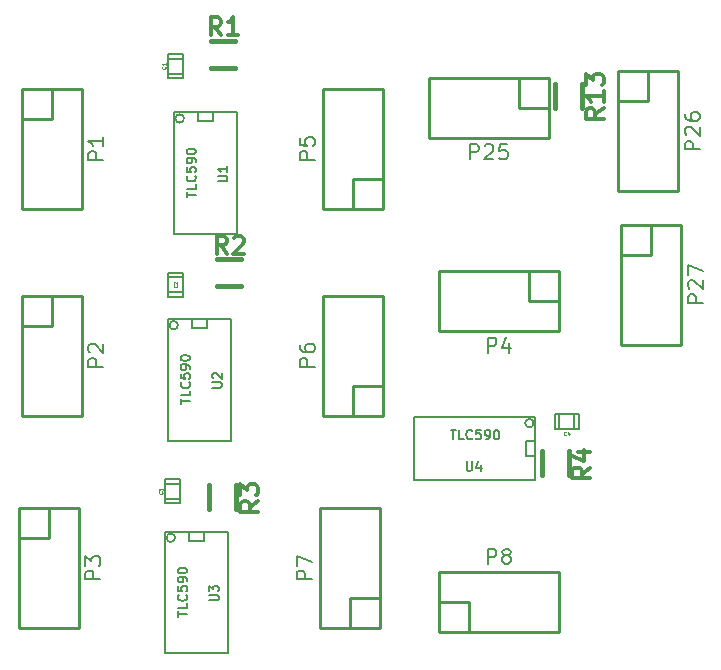
<source format=gto>
%FSLAX46Y46*%
G04 Gerber Fmt 4.6, Leading zero omitted, Abs format (unit mm)*
G04 Created by KiCad (PCBNEW (2014-jul-16 BZR unknown)-product) date Tue 14 Oct 2014 06:58:31 PM EDT*
%MOMM*%
G01*
G04 APERTURE LIST*
%ADD10C,0.100000*%
%ADD11C,0.381000*%
%ADD12C,0.254000*%
%ADD13C,0.127000*%
%ADD14C,0.304800*%
%ADD15C,0.203200*%
%ADD16C,0.060960*%
%ADD17C,0.140000*%
G04 APERTURE END LIST*
D10*
D11*
X162893000Y-63500000D02*
X162893000Y-62484000D01*
X162893000Y-63500000D02*
X162893000Y-64516000D01*
X160607000Y-63500000D02*
X160607000Y-62484000D01*
X160607000Y-63500000D02*
X160607000Y-64516000D01*
D12*
X115460000Y-65460000D02*
X115460000Y-73080000D01*
X115460000Y-73080000D02*
X120540000Y-73080000D01*
X120540000Y-73080000D02*
X120540000Y-62920000D01*
X120540000Y-62920000D02*
X118000000Y-62920000D01*
X115460000Y-62920000D02*
X115460000Y-65460000D01*
X118000000Y-62920000D02*
X118000000Y-65460000D01*
X118000000Y-65460000D02*
X115460000Y-65460000D01*
X115460000Y-62920000D02*
X118000000Y-62920000D01*
X115460000Y-82960000D02*
X115460000Y-90580000D01*
X115460000Y-90580000D02*
X120540000Y-90580000D01*
X120540000Y-90580000D02*
X120540000Y-80420000D01*
X120540000Y-80420000D02*
X118000000Y-80420000D01*
X115460000Y-80420000D02*
X115460000Y-82960000D01*
X118000000Y-80420000D02*
X118000000Y-82960000D01*
X118000000Y-82960000D02*
X115460000Y-82960000D01*
X115460000Y-80420000D02*
X118000000Y-80420000D01*
X115210000Y-100960000D02*
X115210000Y-108580000D01*
X115210000Y-108580000D02*
X120290000Y-108580000D01*
X120290000Y-108580000D02*
X120290000Y-98420000D01*
X120290000Y-98420000D02*
X117750000Y-98420000D01*
X115210000Y-98420000D02*
X115210000Y-100960000D01*
X117750000Y-98420000D02*
X117750000Y-100960000D01*
X117750000Y-100960000D02*
X115210000Y-100960000D01*
X115210000Y-98420000D02*
X117750000Y-98420000D01*
X158415000Y-78335000D02*
X150795000Y-78335000D01*
X150795000Y-78335000D02*
X150795000Y-83415000D01*
X150795000Y-83415000D02*
X160955000Y-83415000D01*
X160955000Y-83415000D02*
X160955000Y-80875000D01*
X160955000Y-78335000D02*
X158415000Y-78335000D01*
X160955000Y-80875000D02*
X158415000Y-80875000D01*
X158415000Y-80875000D02*
X158415000Y-78335000D01*
X160955000Y-78335000D02*
X160955000Y-80875000D01*
X146040000Y-70540000D02*
X146040000Y-62920000D01*
X146040000Y-62920000D02*
X140960000Y-62920000D01*
X140960000Y-62920000D02*
X140960000Y-73080000D01*
X140960000Y-73080000D02*
X143500000Y-73080000D01*
X146040000Y-73080000D02*
X146040000Y-70540000D01*
X143500000Y-73080000D02*
X143500000Y-70540000D01*
X143500000Y-70540000D02*
X146040000Y-70540000D01*
X146040000Y-73080000D02*
X143500000Y-73080000D01*
X146040000Y-88040000D02*
X146040000Y-80420000D01*
X146040000Y-80420000D02*
X140960000Y-80420000D01*
X140960000Y-80420000D02*
X140960000Y-90580000D01*
X140960000Y-90580000D02*
X143500000Y-90580000D01*
X146040000Y-90580000D02*
X146040000Y-88040000D01*
X143500000Y-90580000D02*
X143500000Y-88040000D01*
X143500000Y-88040000D02*
X146040000Y-88040000D01*
X146040000Y-90580000D02*
X143500000Y-90580000D01*
X145790000Y-106040000D02*
X145790000Y-98420000D01*
X145790000Y-98420000D02*
X140710000Y-98420000D01*
X140710000Y-98420000D02*
X140710000Y-108580000D01*
X140710000Y-108580000D02*
X143250000Y-108580000D01*
X145790000Y-108580000D02*
X145790000Y-106040000D01*
X143250000Y-108580000D02*
X143250000Y-106040000D01*
X143250000Y-106040000D02*
X145790000Y-106040000D01*
X145790000Y-108580000D02*
X143250000Y-108580000D01*
X153335000Y-108915000D02*
X160955000Y-108915000D01*
X160955000Y-108915000D02*
X160955000Y-103835000D01*
X160955000Y-103835000D02*
X150795000Y-103835000D01*
X150795000Y-103835000D02*
X150795000Y-106375000D01*
X150795000Y-108915000D02*
X153335000Y-108915000D01*
X150795000Y-106375000D02*
X153335000Y-106375000D01*
X153335000Y-106375000D02*
X153335000Y-108915000D01*
X150795000Y-108915000D02*
X150795000Y-106375000D01*
D11*
X132500000Y-58857000D02*
X131484000Y-58857000D01*
X132500000Y-58857000D02*
X133516000Y-58857000D01*
X132500000Y-61143000D02*
X131484000Y-61143000D01*
X132500000Y-61143000D02*
X133516000Y-61143000D01*
X133000000Y-77357000D02*
X131984000Y-77357000D01*
X133000000Y-77357000D02*
X134016000Y-77357000D01*
X133000000Y-79643000D02*
X131984000Y-79643000D01*
X133000000Y-79643000D02*
X134016000Y-79643000D01*
X133643000Y-97500000D02*
X133643000Y-96484000D01*
X133643000Y-97500000D02*
X133643000Y-98516000D01*
X131357000Y-97500000D02*
X131357000Y-96484000D01*
X131357000Y-97500000D02*
X131357000Y-98516000D01*
X161768000Y-94625000D02*
X161768000Y-93609000D01*
X161768000Y-94625000D02*
X161768000Y-95641000D01*
X159482000Y-94625000D02*
X159482000Y-93609000D01*
X159482000Y-94625000D02*
X159482000Y-95641000D01*
D13*
X127865000Y-60365000D02*
X129135000Y-60365000D01*
X127865000Y-61635000D02*
X129109600Y-61635000D01*
X127865000Y-62016000D02*
X127865000Y-59984000D01*
X127865000Y-59984000D02*
X129135000Y-59984000D01*
X129135000Y-59984000D02*
X129135000Y-62016000D01*
X129135000Y-62016000D02*
X127865000Y-62016000D01*
X127865000Y-78865000D02*
X129135000Y-78865000D01*
X127865000Y-80135000D02*
X129109600Y-80135000D01*
X127865000Y-80516000D02*
X127865000Y-78484000D01*
X127865000Y-78484000D02*
X129135000Y-78484000D01*
X129135000Y-78484000D02*
X129135000Y-80516000D01*
X129135000Y-80516000D02*
X127865000Y-80516000D01*
X127615000Y-96365000D02*
X128885000Y-96365000D01*
X127615000Y-97635000D02*
X128859600Y-97635000D01*
X127615000Y-98016000D02*
X127615000Y-95984000D01*
X127615000Y-95984000D02*
X128885000Y-95984000D01*
X128885000Y-95984000D02*
X128885000Y-98016000D01*
X128885000Y-98016000D02*
X127615000Y-98016000D01*
X160990000Y-91760000D02*
X160990000Y-90490000D01*
X162260000Y-91760000D02*
X162260000Y-90515400D01*
X162641000Y-91760000D02*
X160609000Y-91760000D01*
X160609000Y-91760000D02*
X160609000Y-90490000D01*
X160609000Y-90490000D02*
X162641000Y-90490000D01*
X162641000Y-90490000D02*
X162641000Y-91760000D01*
D12*
X165960000Y-63960000D02*
X165960000Y-71580000D01*
X165960000Y-71580000D02*
X171040000Y-71580000D01*
X171040000Y-71580000D02*
X171040000Y-61420000D01*
X171040000Y-61420000D02*
X168500000Y-61420000D01*
X165960000Y-61420000D02*
X165960000Y-63960000D01*
X168500000Y-61420000D02*
X168500000Y-63960000D01*
X168500000Y-63960000D02*
X165960000Y-63960000D01*
X165960000Y-61420000D02*
X168500000Y-61420000D01*
X166210000Y-76960000D02*
X166210000Y-84580000D01*
X166210000Y-84580000D02*
X171290000Y-84580000D01*
X171290000Y-84580000D02*
X171290000Y-74420000D01*
X171290000Y-74420000D02*
X168750000Y-74420000D01*
X166210000Y-74420000D02*
X166210000Y-76960000D01*
X168750000Y-74420000D02*
X168750000Y-76960000D01*
X168750000Y-76960000D02*
X166210000Y-76960000D01*
X166210000Y-74420000D02*
X168750000Y-74420000D01*
X157540000Y-61960000D02*
X149920000Y-61960000D01*
X149920000Y-61960000D02*
X149920000Y-67040000D01*
X149920000Y-67040000D02*
X160080000Y-67040000D01*
X160080000Y-67040000D02*
X160080000Y-64500000D01*
X160080000Y-61960000D02*
X157540000Y-61960000D01*
X160080000Y-64500000D02*
X157540000Y-64500000D01*
X157540000Y-64500000D02*
X157540000Y-61960000D01*
X160080000Y-61960000D02*
X160080000Y-64500000D01*
D13*
X158806210Y-91216000D02*
G75*
G03X158806210Y-91216000I-359210J0D01*
G74*
G01*
X158955000Y-94010000D02*
X158193000Y-94010000D01*
X158193000Y-94010000D02*
X158193000Y-92740000D01*
X158193000Y-92740000D02*
X158955000Y-92740000D01*
X148668000Y-90708000D02*
X158955000Y-90708000D01*
X158955000Y-96042000D02*
X148668000Y-96042000D01*
X158955000Y-96042000D02*
X158955000Y-90708000D01*
X148668000Y-96042000D02*
X148668000Y-90708000D01*
X128450210Y-100928000D02*
G75*
G03X128450210Y-100928000I-359210J0D01*
G74*
G01*
X130885000Y-100420000D02*
X130885000Y-101182000D01*
X130885000Y-101182000D02*
X129615000Y-101182000D01*
X129615000Y-101182000D02*
X129615000Y-100420000D01*
X127583000Y-110707000D02*
X127583000Y-100420000D01*
X132917000Y-100420000D02*
X132917000Y-110707000D01*
X132917000Y-100420000D02*
X127583000Y-100420000D01*
X132917000Y-110707000D02*
X127583000Y-110707000D01*
X128700210Y-82928000D02*
G75*
G03X128700210Y-82928000I-359210J0D01*
G74*
G01*
X131135000Y-82420000D02*
X131135000Y-83182000D01*
X131135000Y-83182000D02*
X129865000Y-83182000D01*
X129865000Y-83182000D02*
X129865000Y-82420000D01*
X127833000Y-92707000D02*
X127833000Y-82420000D01*
X133167000Y-82420000D02*
X133167000Y-92707000D01*
X133167000Y-82420000D02*
X127833000Y-82420000D01*
X133167000Y-92707000D02*
X127833000Y-92707000D01*
X129200210Y-65428000D02*
G75*
G03X129200210Y-65428000I-359210J0D01*
G74*
G01*
X131635000Y-64920000D02*
X131635000Y-65682000D01*
X131635000Y-65682000D02*
X130365000Y-65682000D01*
X130365000Y-65682000D02*
X130365000Y-64920000D01*
X128333000Y-75207000D02*
X128333000Y-64920000D01*
X133667000Y-64920000D02*
X133667000Y-75207000D01*
X133667000Y-64920000D02*
X128333000Y-64920000D01*
X133667000Y-75207000D02*
X128333000Y-75207000D01*
D14*
X164740669Y-64578775D02*
X164014954Y-65086775D01*
X164740669Y-65449632D02*
X163216669Y-65449632D01*
X163216669Y-64869060D01*
X163289240Y-64723918D01*
X163361811Y-64651346D01*
X163506954Y-64578775D01*
X163724669Y-64578775D01*
X163869811Y-64651346D01*
X163942383Y-64723918D01*
X164014954Y-64869060D01*
X164014954Y-65449632D01*
X164740669Y-63127346D02*
X164740669Y-63998203D01*
X164740669Y-63562775D02*
X163216669Y-63562775D01*
X163434383Y-63707918D01*
X163579526Y-63853060D01*
X163652097Y-63998203D01*
X163216669Y-62619346D02*
X163216669Y-61675917D01*
X163797240Y-62183917D01*
X163797240Y-61966203D01*
X163869811Y-61821060D01*
X163942383Y-61748489D01*
X164087526Y-61675917D01*
X164450383Y-61675917D01*
X164595526Y-61748489D01*
X164668097Y-61821060D01*
X164740669Y-61966203D01*
X164740669Y-62401631D01*
X164668097Y-62546774D01*
X164595526Y-62619346D01*
D15*
X122384524Y-68937381D02*
X121114524Y-68937381D01*
X121114524Y-68453572D01*
X121175000Y-68332619D01*
X121235476Y-68272143D01*
X121356429Y-68211667D01*
X121537857Y-68211667D01*
X121658810Y-68272143D01*
X121719286Y-68332619D01*
X121779762Y-68453572D01*
X121779762Y-68937381D01*
X122384524Y-67002143D02*
X122384524Y-67727857D01*
X122384524Y-67365000D02*
X121114524Y-67365000D01*
X121295952Y-67485952D01*
X121416905Y-67606905D01*
X121477381Y-67727857D01*
X122384524Y-86437381D02*
X121114524Y-86437381D01*
X121114524Y-85953572D01*
X121175000Y-85832619D01*
X121235476Y-85772143D01*
X121356429Y-85711667D01*
X121537857Y-85711667D01*
X121658810Y-85772143D01*
X121719286Y-85832619D01*
X121779762Y-85953572D01*
X121779762Y-86437381D01*
X121235476Y-85227857D02*
X121175000Y-85167381D01*
X121114524Y-85046429D01*
X121114524Y-84744048D01*
X121175000Y-84623095D01*
X121235476Y-84562619D01*
X121356429Y-84502143D01*
X121477381Y-84502143D01*
X121658810Y-84562619D01*
X122384524Y-85288333D01*
X122384524Y-84502143D01*
X122134524Y-104437381D02*
X120864524Y-104437381D01*
X120864524Y-103953572D01*
X120925000Y-103832619D01*
X120985476Y-103772143D01*
X121106429Y-103711667D01*
X121287857Y-103711667D01*
X121408810Y-103772143D01*
X121469286Y-103832619D01*
X121529762Y-103953572D01*
X121529762Y-104437381D01*
X120864524Y-103288333D02*
X120864524Y-102502143D01*
X121348333Y-102925476D01*
X121348333Y-102744048D01*
X121408810Y-102623095D01*
X121469286Y-102562619D01*
X121590238Y-102502143D01*
X121892619Y-102502143D01*
X122013571Y-102562619D01*
X122074048Y-102623095D01*
X122134524Y-102744048D01*
X122134524Y-103106905D01*
X122074048Y-103227857D01*
X122013571Y-103288333D01*
X154937619Y-85259524D02*
X154937619Y-83989524D01*
X155421428Y-83989524D01*
X155542381Y-84050000D01*
X155602857Y-84110476D01*
X155663333Y-84231429D01*
X155663333Y-84412857D01*
X155602857Y-84533810D01*
X155542381Y-84594286D01*
X155421428Y-84654762D01*
X154937619Y-84654762D01*
X156751905Y-84412857D02*
X156751905Y-85259524D01*
X156449524Y-83929048D02*
X156147143Y-84836190D01*
X156933333Y-84836190D01*
X140264524Y-68937381D02*
X138994524Y-68937381D01*
X138994524Y-68453572D01*
X139055000Y-68332619D01*
X139115476Y-68272143D01*
X139236429Y-68211667D01*
X139417857Y-68211667D01*
X139538810Y-68272143D01*
X139599286Y-68332619D01*
X139659762Y-68453572D01*
X139659762Y-68937381D01*
X138994524Y-67062619D02*
X138994524Y-67667381D01*
X139599286Y-67727857D01*
X139538810Y-67667381D01*
X139478333Y-67546429D01*
X139478333Y-67244048D01*
X139538810Y-67123095D01*
X139599286Y-67062619D01*
X139720238Y-67002143D01*
X140022619Y-67002143D01*
X140143571Y-67062619D01*
X140204048Y-67123095D01*
X140264524Y-67244048D01*
X140264524Y-67546429D01*
X140204048Y-67667381D01*
X140143571Y-67727857D01*
X140264524Y-86437381D02*
X138994524Y-86437381D01*
X138994524Y-85953572D01*
X139055000Y-85832619D01*
X139115476Y-85772143D01*
X139236429Y-85711667D01*
X139417857Y-85711667D01*
X139538810Y-85772143D01*
X139599286Y-85832619D01*
X139659762Y-85953572D01*
X139659762Y-86437381D01*
X138994524Y-84623095D02*
X138994524Y-84865000D01*
X139055000Y-84985952D01*
X139115476Y-85046429D01*
X139296905Y-85167381D01*
X139538810Y-85227857D01*
X140022619Y-85227857D01*
X140143571Y-85167381D01*
X140204048Y-85106905D01*
X140264524Y-84985952D01*
X140264524Y-84744048D01*
X140204048Y-84623095D01*
X140143571Y-84562619D01*
X140022619Y-84502143D01*
X139720238Y-84502143D01*
X139599286Y-84562619D01*
X139538810Y-84623095D01*
X139478333Y-84744048D01*
X139478333Y-84985952D01*
X139538810Y-85106905D01*
X139599286Y-85167381D01*
X139720238Y-85227857D01*
X140014524Y-104437381D02*
X138744524Y-104437381D01*
X138744524Y-103953572D01*
X138805000Y-103832619D01*
X138865476Y-103772143D01*
X138986429Y-103711667D01*
X139167857Y-103711667D01*
X139288810Y-103772143D01*
X139349286Y-103832619D01*
X139409762Y-103953572D01*
X139409762Y-104437381D01*
X138744524Y-103288333D02*
X138744524Y-102441667D01*
X140014524Y-102985952D01*
X154937619Y-103139524D02*
X154937619Y-101869524D01*
X155421428Y-101869524D01*
X155542381Y-101930000D01*
X155602857Y-101990476D01*
X155663333Y-102111429D01*
X155663333Y-102292857D01*
X155602857Y-102413810D01*
X155542381Y-102474286D01*
X155421428Y-102534762D01*
X154937619Y-102534762D01*
X156389048Y-102413810D02*
X156268095Y-102353333D01*
X156207619Y-102292857D01*
X156147143Y-102171905D01*
X156147143Y-102111429D01*
X156207619Y-101990476D01*
X156268095Y-101930000D01*
X156389048Y-101869524D01*
X156630952Y-101869524D01*
X156751905Y-101930000D01*
X156812381Y-101990476D01*
X156872857Y-102111429D01*
X156872857Y-102171905D01*
X156812381Y-102292857D01*
X156751905Y-102353333D01*
X156630952Y-102413810D01*
X156389048Y-102413810D01*
X156268095Y-102474286D01*
X156207619Y-102534762D01*
X156147143Y-102655714D01*
X156147143Y-102897619D01*
X156207619Y-103018571D01*
X156268095Y-103079048D01*
X156389048Y-103139524D01*
X156630952Y-103139524D01*
X156751905Y-103079048D01*
X156812381Y-103018571D01*
X156872857Y-102897619D01*
X156872857Y-102655714D01*
X156812381Y-102534762D01*
X156751905Y-102474286D01*
X156630952Y-102413810D01*
D14*
X132345060Y-58388189D02*
X131837060Y-57662474D01*
X131474203Y-58388189D02*
X131474203Y-56864189D01*
X132054775Y-56864189D01*
X132199917Y-56936760D01*
X132272489Y-57009331D01*
X132345060Y-57154474D01*
X132345060Y-57372189D01*
X132272489Y-57517331D01*
X132199917Y-57589903D01*
X132054775Y-57662474D01*
X131474203Y-57662474D01*
X133796489Y-58388189D02*
X132925632Y-58388189D01*
X133361060Y-58388189D02*
X133361060Y-56864189D01*
X133215917Y-57081903D01*
X133070775Y-57227046D01*
X132925632Y-57299617D01*
X132845060Y-76888189D02*
X132337060Y-76162474D01*
X131974203Y-76888189D02*
X131974203Y-75364189D01*
X132554775Y-75364189D01*
X132699917Y-75436760D01*
X132772489Y-75509331D01*
X132845060Y-75654474D01*
X132845060Y-75872189D01*
X132772489Y-76017331D01*
X132699917Y-76089903D01*
X132554775Y-76162474D01*
X131974203Y-76162474D01*
X133425632Y-75509331D02*
X133498203Y-75436760D01*
X133643346Y-75364189D01*
X134006203Y-75364189D01*
X134151346Y-75436760D01*
X134223917Y-75509331D01*
X134296489Y-75654474D01*
X134296489Y-75799617D01*
X134223917Y-76017331D01*
X133353060Y-76888189D01*
X134296489Y-76888189D01*
X135490669Y-97853060D02*
X134764954Y-98361060D01*
X135490669Y-98723917D02*
X133966669Y-98723917D01*
X133966669Y-98143345D01*
X134039240Y-97998203D01*
X134111811Y-97925631D01*
X134256954Y-97853060D01*
X134474669Y-97853060D01*
X134619811Y-97925631D01*
X134692383Y-97998203D01*
X134764954Y-98143345D01*
X134764954Y-98723917D01*
X133966669Y-97345060D02*
X133966669Y-96401631D01*
X134547240Y-96909631D01*
X134547240Y-96691917D01*
X134619811Y-96546774D01*
X134692383Y-96474203D01*
X134837526Y-96401631D01*
X135200383Y-96401631D01*
X135345526Y-96474203D01*
X135418097Y-96546774D01*
X135490669Y-96691917D01*
X135490669Y-97127345D01*
X135418097Y-97272488D01*
X135345526Y-97345060D01*
X163615669Y-94978060D02*
X162889954Y-95486060D01*
X163615669Y-95848917D02*
X162091669Y-95848917D01*
X162091669Y-95268345D01*
X162164240Y-95123203D01*
X162236811Y-95050631D01*
X162381954Y-94978060D01*
X162599669Y-94978060D01*
X162744811Y-95050631D01*
X162817383Y-95123203D01*
X162889954Y-95268345D01*
X162889954Y-95848917D01*
X162599669Y-93671774D02*
X163615669Y-93671774D01*
X162019097Y-94034631D02*
X163107669Y-94397488D01*
X163107669Y-93454060D01*
D16*
X127616443Y-61049954D02*
X127630715Y-61064226D01*
X127644988Y-61107043D01*
X127644988Y-61135588D01*
X127630715Y-61178405D01*
X127602170Y-61206950D01*
X127573626Y-61221222D01*
X127516536Y-61235494D01*
X127473719Y-61235494D01*
X127416630Y-61221222D01*
X127388085Y-61206950D01*
X127359540Y-61178405D01*
X127345268Y-61135588D01*
X127345268Y-61107043D01*
X127359540Y-61064226D01*
X127373812Y-61049954D01*
X127644988Y-60764506D02*
X127644988Y-60935774D01*
X127644988Y-60850140D02*
X127345268Y-60850140D01*
X127388085Y-60878685D01*
X127416630Y-60907230D01*
X127430902Y-60935774D01*
X128607043Y-79549954D02*
X128621315Y-79564226D01*
X128635588Y-79607043D01*
X128635588Y-79635588D01*
X128621315Y-79678405D01*
X128592770Y-79706950D01*
X128564226Y-79721222D01*
X128507136Y-79735494D01*
X128464319Y-79735494D01*
X128407230Y-79721222D01*
X128378685Y-79706950D01*
X128350140Y-79678405D01*
X128335868Y-79635588D01*
X128335868Y-79607043D01*
X128350140Y-79564226D01*
X128364412Y-79549954D01*
X128364412Y-79435774D02*
X128350140Y-79421502D01*
X128335868Y-79392957D01*
X128335868Y-79321595D01*
X128350140Y-79293051D01*
X128364412Y-79278778D01*
X128392957Y-79264506D01*
X128421502Y-79264506D01*
X128464319Y-79278778D01*
X128635588Y-79450047D01*
X128635588Y-79264506D01*
X127366443Y-97049954D02*
X127380715Y-97064226D01*
X127394988Y-97107043D01*
X127394988Y-97135588D01*
X127380715Y-97178405D01*
X127352170Y-97206950D01*
X127323626Y-97221222D01*
X127266536Y-97235494D01*
X127223719Y-97235494D01*
X127166630Y-97221222D01*
X127138085Y-97206950D01*
X127109540Y-97178405D01*
X127095268Y-97135588D01*
X127095268Y-97107043D01*
X127109540Y-97064226D01*
X127123812Y-97049954D01*
X127095268Y-96950047D02*
X127095268Y-96764506D01*
X127209447Y-96864413D01*
X127209447Y-96821595D01*
X127223719Y-96793051D01*
X127237991Y-96778778D01*
X127266536Y-96764506D01*
X127337898Y-96764506D01*
X127366443Y-96778778D01*
X127380715Y-96793051D01*
X127394988Y-96821595D01*
X127394988Y-96907230D01*
X127380715Y-96935774D01*
X127366443Y-96950047D01*
X161575046Y-92222643D02*
X161560774Y-92236915D01*
X161517957Y-92251188D01*
X161489412Y-92251188D01*
X161446595Y-92236915D01*
X161418050Y-92208370D01*
X161403778Y-92179826D01*
X161389506Y-92122736D01*
X161389506Y-92079919D01*
X161403778Y-92022830D01*
X161418050Y-91994285D01*
X161446595Y-91965740D01*
X161489412Y-91951468D01*
X161517957Y-91951468D01*
X161560774Y-91965740D01*
X161575046Y-91980012D01*
X161831949Y-92051374D02*
X161831949Y-92251188D01*
X161760587Y-91937195D02*
X161689226Y-92151281D01*
X161874766Y-92151281D01*
D15*
X172884524Y-68042143D02*
X171614524Y-68042143D01*
X171614524Y-67558334D01*
X171675000Y-67437381D01*
X171735476Y-67376905D01*
X171856429Y-67316429D01*
X172037857Y-67316429D01*
X172158810Y-67376905D01*
X172219286Y-67437381D01*
X172279762Y-67558334D01*
X172279762Y-68042143D01*
X171735476Y-66832619D02*
X171675000Y-66772143D01*
X171614524Y-66651191D01*
X171614524Y-66348810D01*
X171675000Y-66227857D01*
X171735476Y-66167381D01*
X171856429Y-66106905D01*
X171977381Y-66106905D01*
X172158810Y-66167381D01*
X172884524Y-66893095D01*
X172884524Y-66106905D01*
X171614524Y-65018333D02*
X171614524Y-65260238D01*
X171675000Y-65381190D01*
X171735476Y-65441667D01*
X171916905Y-65562619D01*
X172158810Y-65623095D01*
X172642619Y-65623095D01*
X172763571Y-65562619D01*
X172824048Y-65502143D01*
X172884524Y-65381190D01*
X172884524Y-65139286D01*
X172824048Y-65018333D01*
X172763571Y-64957857D01*
X172642619Y-64897381D01*
X172340238Y-64897381D01*
X172219286Y-64957857D01*
X172158810Y-65018333D01*
X172098333Y-65139286D01*
X172098333Y-65381190D01*
X172158810Y-65502143D01*
X172219286Y-65562619D01*
X172340238Y-65623095D01*
X173134524Y-81042143D02*
X171864524Y-81042143D01*
X171864524Y-80558334D01*
X171925000Y-80437381D01*
X171985476Y-80376905D01*
X172106429Y-80316429D01*
X172287857Y-80316429D01*
X172408810Y-80376905D01*
X172469286Y-80437381D01*
X172529762Y-80558334D01*
X172529762Y-81042143D01*
X171985476Y-79832619D02*
X171925000Y-79772143D01*
X171864524Y-79651191D01*
X171864524Y-79348810D01*
X171925000Y-79227857D01*
X171985476Y-79167381D01*
X172106429Y-79106905D01*
X172227381Y-79106905D01*
X172408810Y-79167381D01*
X173134524Y-79893095D01*
X173134524Y-79106905D01*
X171864524Y-78683571D02*
X171864524Y-77836905D01*
X173134524Y-78381190D01*
X153457857Y-68884524D02*
X153457857Y-67614524D01*
X153941666Y-67614524D01*
X154062619Y-67675000D01*
X154123095Y-67735476D01*
X154183571Y-67856429D01*
X154183571Y-68037857D01*
X154123095Y-68158810D01*
X154062619Y-68219286D01*
X153941666Y-68279762D01*
X153457857Y-68279762D01*
X154667381Y-67735476D02*
X154727857Y-67675000D01*
X154848809Y-67614524D01*
X155151190Y-67614524D01*
X155272143Y-67675000D01*
X155332619Y-67735476D01*
X155393095Y-67856429D01*
X155393095Y-67977381D01*
X155332619Y-68158810D01*
X154606905Y-68884524D01*
X155393095Y-68884524D01*
X156542143Y-67614524D02*
X155937381Y-67614524D01*
X155876905Y-68219286D01*
X155937381Y-68158810D01*
X156058333Y-68098333D01*
X156360714Y-68098333D01*
X156481667Y-68158810D01*
X156542143Y-68219286D01*
X156602619Y-68340238D01*
X156602619Y-68642619D01*
X156542143Y-68763571D01*
X156481667Y-68824048D01*
X156360714Y-68884524D01*
X156058333Y-68884524D01*
X155937381Y-68824048D01*
X155876905Y-68763571D01*
D17*
X153138476Y-94460905D02*
X153138476Y-95108524D01*
X153176571Y-95184714D01*
X153214667Y-95222810D01*
X153290857Y-95260905D01*
X153443238Y-95260905D01*
X153519429Y-95222810D01*
X153557524Y-95184714D01*
X153595619Y-95108524D01*
X153595619Y-94460905D01*
X154319428Y-94727571D02*
X154319428Y-95260905D01*
X154128952Y-94422810D02*
X153938476Y-94994238D01*
X154433714Y-94994238D01*
X151779761Y-91793905D02*
X152236904Y-91793905D01*
X152008333Y-92593905D02*
X152008333Y-91793905D01*
X152884524Y-92593905D02*
X152503571Y-92593905D01*
X152503571Y-91793905D01*
X153608333Y-92517714D02*
X153570238Y-92555810D01*
X153455952Y-92593905D01*
X153379762Y-92593905D01*
X153265476Y-92555810D01*
X153189285Y-92479619D01*
X153151190Y-92403429D01*
X153113095Y-92251048D01*
X153113095Y-92136762D01*
X153151190Y-91984381D01*
X153189285Y-91908190D01*
X153265476Y-91832000D01*
X153379762Y-91793905D01*
X153455952Y-91793905D01*
X153570238Y-91832000D01*
X153608333Y-91870095D01*
X154332143Y-91793905D02*
X153951190Y-91793905D01*
X153913095Y-92174857D01*
X153951190Y-92136762D01*
X154027381Y-92098667D01*
X154217857Y-92098667D01*
X154294047Y-92136762D01*
X154332143Y-92174857D01*
X154370238Y-92251048D01*
X154370238Y-92441524D01*
X154332143Y-92517714D01*
X154294047Y-92555810D01*
X154217857Y-92593905D01*
X154027381Y-92593905D01*
X153951190Y-92555810D01*
X153913095Y-92517714D01*
X154751190Y-92593905D02*
X154903571Y-92593905D01*
X154979762Y-92555810D01*
X155017857Y-92517714D01*
X155094048Y-92403429D01*
X155132143Y-92251048D01*
X155132143Y-91946286D01*
X155094048Y-91870095D01*
X155055952Y-91832000D01*
X154979762Y-91793905D01*
X154827381Y-91793905D01*
X154751190Y-91832000D01*
X154713095Y-91870095D01*
X154675000Y-91946286D01*
X154675000Y-92136762D01*
X154713095Y-92212952D01*
X154751190Y-92251048D01*
X154827381Y-92289143D01*
X154979762Y-92289143D01*
X155055952Y-92251048D01*
X155094048Y-92212952D01*
X155132143Y-92136762D01*
X155627381Y-91793905D02*
X155703572Y-91793905D01*
X155779762Y-91832000D01*
X155817857Y-91870095D01*
X155855953Y-91946286D01*
X155894048Y-92098667D01*
X155894048Y-92289143D01*
X155855953Y-92441524D01*
X155817857Y-92517714D01*
X155779762Y-92555810D01*
X155703572Y-92593905D01*
X155627381Y-92593905D01*
X155551191Y-92555810D01*
X155513095Y-92517714D01*
X155475000Y-92441524D01*
X155436905Y-92289143D01*
X155436905Y-92098667D01*
X155475000Y-91946286D01*
X155513095Y-91870095D01*
X155551191Y-91832000D01*
X155627381Y-91793905D01*
X131335905Y-106236524D02*
X131983524Y-106236524D01*
X132059714Y-106198429D01*
X132097810Y-106160333D01*
X132135905Y-106084143D01*
X132135905Y-105931762D01*
X132097810Y-105855571D01*
X132059714Y-105817476D01*
X131983524Y-105779381D01*
X131335905Y-105779381D01*
X131335905Y-105474619D02*
X131335905Y-104979381D01*
X131640667Y-105246048D01*
X131640667Y-105131762D01*
X131678762Y-105055572D01*
X131716857Y-105017476D01*
X131793048Y-104979381D01*
X131983524Y-104979381D01*
X132059714Y-105017476D01*
X132097810Y-105055572D01*
X132135905Y-105131762D01*
X132135905Y-105360334D01*
X132097810Y-105436524D01*
X132059714Y-105474619D01*
X128668905Y-107595239D02*
X128668905Y-107138096D01*
X129468905Y-107366667D02*
X128668905Y-107366667D01*
X129468905Y-106490476D02*
X129468905Y-106871429D01*
X128668905Y-106871429D01*
X129392714Y-105766667D02*
X129430810Y-105804762D01*
X129468905Y-105919048D01*
X129468905Y-105995238D01*
X129430810Y-106109524D01*
X129354619Y-106185715D01*
X129278429Y-106223810D01*
X129126048Y-106261905D01*
X129011762Y-106261905D01*
X128859381Y-106223810D01*
X128783190Y-106185715D01*
X128707000Y-106109524D01*
X128668905Y-105995238D01*
X128668905Y-105919048D01*
X128707000Y-105804762D01*
X128745095Y-105766667D01*
X128668905Y-105042857D02*
X128668905Y-105423810D01*
X129049857Y-105461905D01*
X129011762Y-105423810D01*
X128973667Y-105347619D01*
X128973667Y-105157143D01*
X129011762Y-105080953D01*
X129049857Y-105042857D01*
X129126048Y-105004762D01*
X129316524Y-105004762D01*
X129392714Y-105042857D01*
X129430810Y-105080953D01*
X129468905Y-105157143D01*
X129468905Y-105347619D01*
X129430810Y-105423810D01*
X129392714Y-105461905D01*
X129468905Y-104623810D02*
X129468905Y-104471429D01*
X129430810Y-104395238D01*
X129392714Y-104357143D01*
X129278429Y-104280952D01*
X129126048Y-104242857D01*
X128821286Y-104242857D01*
X128745095Y-104280952D01*
X128707000Y-104319048D01*
X128668905Y-104395238D01*
X128668905Y-104547619D01*
X128707000Y-104623810D01*
X128745095Y-104661905D01*
X128821286Y-104700000D01*
X129011762Y-104700000D01*
X129087952Y-104661905D01*
X129126048Y-104623810D01*
X129164143Y-104547619D01*
X129164143Y-104395238D01*
X129126048Y-104319048D01*
X129087952Y-104280952D01*
X129011762Y-104242857D01*
X128668905Y-103747619D02*
X128668905Y-103671428D01*
X128707000Y-103595238D01*
X128745095Y-103557143D01*
X128821286Y-103519047D01*
X128973667Y-103480952D01*
X129164143Y-103480952D01*
X129316524Y-103519047D01*
X129392714Y-103557143D01*
X129430810Y-103595238D01*
X129468905Y-103671428D01*
X129468905Y-103747619D01*
X129430810Y-103823809D01*
X129392714Y-103861905D01*
X129316524Y-103900000D01*
X129164143Y-103938095D01*
X128973667Y-103938095D01*
X128821286Y-103900000D01*
X128745095Y-103861905D01*
X128707000Y-103823809D01*
X128668905Y-103747619D01*
X131585905Y-88236524D02*
X132233524Y-88236524D01*
X132309714Y-88198429D01*
X132347810Y-88160333D01*
X132385905Y-88084143D01*
X132385905Y-87931762D01*
X132347810Y-87855571D01*
X132309714Y-87817476D01*
X132233524Y-87779381D01*
X131585905Y-87779381D01*
X131662095Y-87436524D02*
X131624000Y-87398429D01*
X131585905Y-87322238D01*
X131585905Y-87131762D01*
X131624000Y-87055572D01*
X131662095Y-87017476D01*
X131738286Y-86979381D01*
X131814476Y-86979381D01*
X131928762Y-87017476D01*
X132385905Y-87474619D01*
X132385905Y-86979381D01*
X128918905Y-89595239D02*
X128918905Y-89138096D01*
X129718905Y-89366667D02*
X128918905Y-89366667D01*
X129718905Y-88490476D02*
X129718905Y-88871429D01*
X128918905Y-88871429D01*
X129642714Y-87766667D02*
X129680810Y-87804762D01*
X129718905Y-87919048D01*
X129718905Y-87995238D01*
X129680810Y-88109524D01*
X129604619Y-88185715D01*
X129528429Y-88223810D01*
X129376048Y-88261905D01*
X129261762Y-88261905D01*
X129109381Y-88223810D01*
X129033190Y-88185715D01*
X128957000Y-88109524D01*
X128918905Y-87995238D01*
X128918905Y-87919048D01*
X128957000Y-87804762D01*
X128995095Y-87766667D01*
X128918905Y-87042857D02*
X128918905Y-87423810D01*
X129299857Y-87461905D01*
X129261762Y-87423810D01*
X129223667Y-87347619D01*
X129223667Y-87157143D01*
X129261762Y-87080953D01*
X129299857Y-87042857D01*
X129376048Y-87004762D01*
X129566524Y-87004762D01*
X129642714Y-87042857D01*
X129680810Y-87080953D01*
X129718905Y-87157143D01*
X129718905Y-87347619D01*
X129680810Y-87423810D01*
X129642714Y-87461905D01*
X129718905Y-86623810D02*
X129718905Y-86471429D01*
X129680810Y-86395238D01*
X129642714Y-86357143D01*
X129528429Y-86280952D01*
X129376048Y-86242857D01*
X129071286Y-86242857D01*
X128995095Y-86280952D01*
X128957000Y-86319048D01*
X128918905Y-86395238D01*
X128918905Y-86547619D01*
X128957000Y-86623810D01*
X128995095Y-86661905D01*
X129071286Y-86700000D01*
X129261762Y-86700000D01*
X129337952Y-86661905D01*
X129376048Y-86623810D01*
X129414143Y-86547619D01*
X129414143Y-86395238D01*
X129376048Y-86319048D01*
X129337952Y-86280952D01*
X129261762Y-86242857D01*
X128918905Y-85747619D02*
X128918905Y-85671428D01*
X128957000Y-85595238D01*
X128995095Y-85557143D01*
X129071286Y-85519047D01*
X129223667Y-85480952D01*
X129414143Y-85480952D01*
X129566524Y-85519047D01*
X129642714Y-85557143D01*
X129680810Y-85595238D01*
X129718905Y-85671428D01*
X129718905Y-85747619D01*
X129680810Y-85823809D01*
X129642714Y-85861905D01*
X129566524Y-85900000D01*
X129414143Y-85938095D01*
X129223667Y-85938095D01*
X129071286Y-85900000D01*
X128995095Y-85861905D01*
X128957000Y-85823809D01*
X128918905Y-85747619D01*
X132085905Y-70736524D02*
X132733524Y-70736524D01*
X132809714Y-70698429D01*
X132847810Y-70660333D01*
X132885905Y-70584143D01*
X132885905Y-70431762D01*
X132847810Y-70355571D01*
X132809714Y-70317476D01*
X132733524Y-70279381D01*
X132085905Y-70279381D01*
X132885905Y-69479381D02*
X132885905Y-69936524D01*
X132885905Y-69707953D02*
X132085905Y-69707953D01*
X132200190Y-69784143D01*
X132276381Y-69860334D01*
X132314476Y-69936524D01*
X129418905Y-72095239D02*
X129418905Y-71638096D01*
X130218905Y-71866667D02*
X129418905Y-71866667D01*
X130218905Y-70990476D02*
X130218905Y-71371429D01*
X129418905Y-71371429D01*
X130142714Y-70266667D02*
X130180810Y-70304762D01*
X130218905Y-70419048D01*
X130218905Y-70495238D01*
X130180810Y-70609524D01*
X130104619Y-70685715D01*
X130028429Y-70723810D01*
X129876048Y-70761905D01*
X129761762Y-70761905D01*
X129609381Y-70723810D01*
X129533190Y-70685715D01*
X129457000Y-70609524D01*
X129418905Y-70495238D01*
X129418905Y-70419048D01*
X129457000Y-70304762D01*
X129495095Y-70266667D01*
X129418905Y-69542857D02*
X129418905Y-69923810D01*
X129799857Y-69961905D01*
X129761762Y-69923810D01*
X129723667Y-69847619D01*
X129723667Y-69657143D01*
X129761762Y-69580953D01*
X129799857Y-69542857D01*
X129876048Y-69504762D01*
X130066524Y-69504762D01*
X130142714Y-69542857D01*
X130180810Y-69580953D01*
X130218905Y-69657143D01*
X130218905Y-69847619D01*
X130180810Y-69923810D01*
X130142714Y-69961905D01*
X130218905Y-69123810D02*
X130218905Y-68971429D01*
X130180810Y-68895238D01*
X130142714Y-68857143D01*
X130028429Y-68780952D01*
X129876048Y-68742857D01*
X129571286Y-68742857D01*
X129495095Y-68780952D01*
X129457000Y-68819048D01*
X129418905Y-68895238D01*
X129418905Y-69047619D01*
X129457000Y-69123810D01*
X129495095Y-69161905D01*
X129571286Y-69200000D01*
X129761762Y-69200000D01*
X129837952Y-69161905D01*
X129876048Y-69123810D01*
X129914143Y-69047619D01*
X129914143Y-68895238D01*
X129876048Y-68819048D01*
X129837952Y-68780952D01*
X129761762Y-68742857D01*
X129418905Y-68247619D02*
X129418905Y-68171428D01*
X129457000Y-68095238D01*
X129495095Y-68057143D01*
X129571286Y-68019047D01*
X129723667Y-67980952D01*
X129914143Y-67980952D01*
X130066524Y-68019047D01*
X130142714Y-68057143D01*
X130180810Y-68095238D01*
X130218905Y-68171428D01*
X130218905Y-68247619D01*
X130180810Y-68323809D01*
X130142714Y-68361905D01*
X130066524Y-68400000D01*
X129914143Y-68438095D01*
X129723667Y-68438095D01*
X129571286Y-68400000D01*
X129495095Y-68361905D01*
X129457000Y-68323809D01*
X129418905Y-68247619D01*
M02*

</source>
